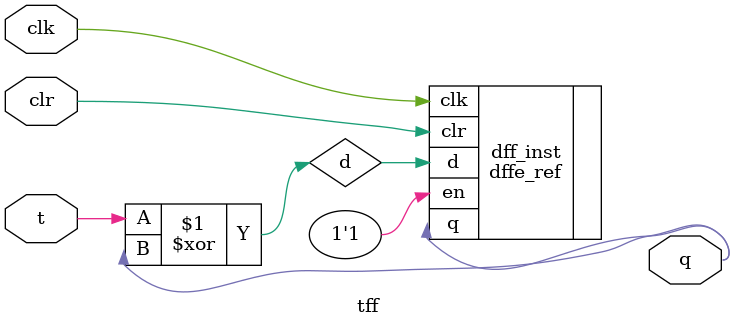
<source format=v>
module tff(q, t, clk, clr);
    input  t, clk, clr;
    output q;
    wire d;

    assign d = t ^ q;
    dffe_ref dff_inst(
        .q(q),
        .d(d),
        .clk(clk),
        .en(1'b1),
        .clr(clr)
    );
endmodule
</source>
